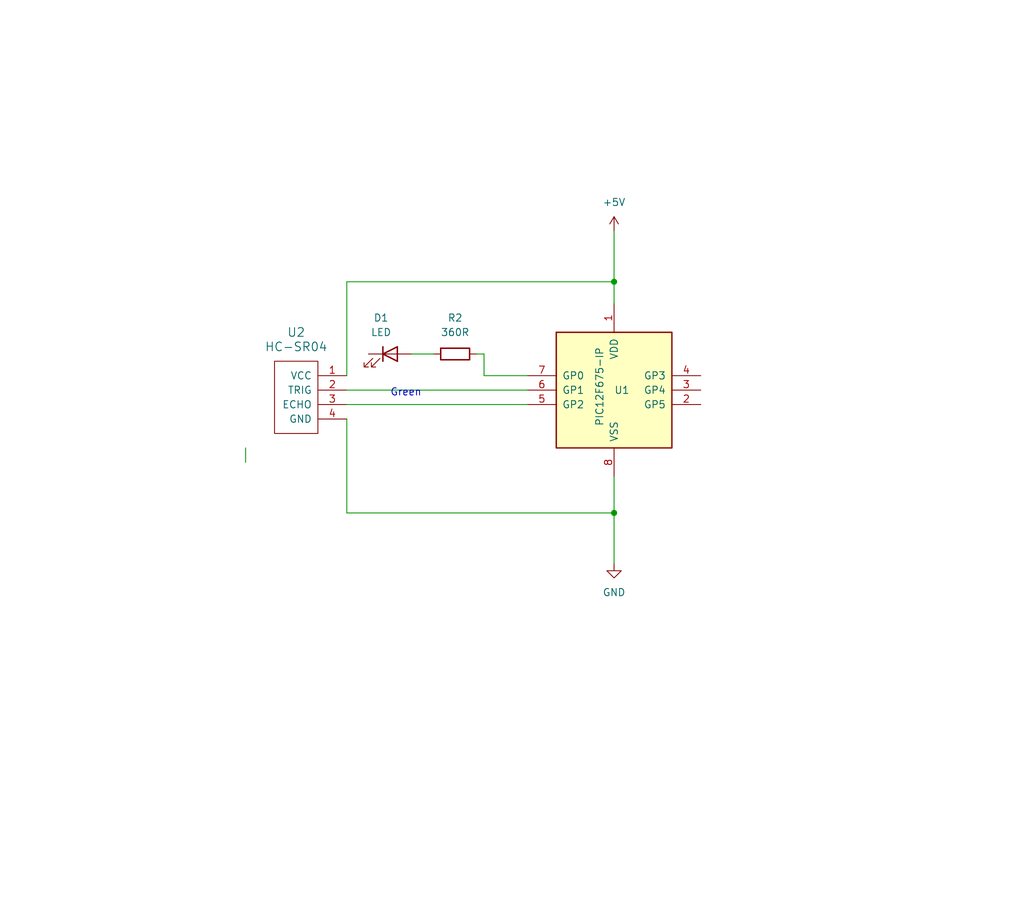
<source format=kicad_sch>
(kicad_sch (version 20230121) (generator eeschema)
  (paper "User" 180.01 159.995)
  (title_block (title "PIC microcontrollers for Beginners - 1") (company "Ricardo Lima Caratti") (comment 1 "Distance Indicator wirh HC-S04  and one LEDs using the PIC10F200. "))
  (lib_symbols
    (symbol "Device:LED" (pin_numbers hide) (pin_names (offset 1.016) hide)
      (property "Reference" "D" (at 0 2.54 0))
      (property "Value" "LED" (at 0 -2.54 0))
      (symbol "LED_0_1"
        (polyline (pts (xy -1.27 -1.27) (xy -1.27 1.27)) (stroke (width 0.254)))
        (polyline (pts (xy -1.27 0) (xy 1.27 0)))
        (polyline (pts (xy 1.27 -1.27) (xy 1.27 1.27) (xy -1.27 0) (xy 1.27 -1.27)) (stroke (width 0.254)))
        (polyline (pts (xy -3.048 -0.762) (xy -4.572 -2.286) (xy -3.81 -2.286) (xy -4.572 -2.286) (xy -4.572 -1.524)))
        (polyline (pts (xy -1.778 -0.762) (xy -3.302 -2.286) (xy -2.54 -2.286) (xy -3.302 -2.286) (xy -3.302 -1.524)))
      )
      (symbol "LED_1_1"
        (pin passive line (at -3.81 0 0) (length 2.54) (name "K") (number "1"))
        (pin passive line (at 3.81 0 180) (length 2.54) (name "A") (number "2"))
      )
    )
    (symbol "Device:R" (pin_numbers hide) (pin_names (offset 0))
      (property "Reference" "R" (at 2.032 0 90))
      (property "Value" "R" (at 0 0 90))
      (symbol "R_0_1"
        (rectangle (start -1.016 -2.54) (end 1.016 2.54) (stroke (width 0.254)))
      )
      (symbol "R_1_1"
        (pin passive line (at 0 3.81 270) (length 1.27) (name "~") (number "1"))
        (pin passive line (at 0 -3.81 90) (length 1.27) (name "~") (number "2"))
      )
    )
    (symbol "MCU_Microchip_PIC12:PIC12F675-IP" (pin_names (offset 1.016))
      (property "Reference" "U" (at 1.27 13.97 0))
      (property "Value" "PIC12F675-IP" (at 1.27 11.43 0))
      (symbol "PIC12F675-IP_0_1"
        (rectangle (start 10.16 -10.16) (end -10.16 10.16) (stroke (width 0.254)) (fill (type background)))
      )
      (symbol "PIC12F675-IP_1_1"
        (pin power_in line (at 0 15.24 270) (length 5.08) (name "VDD") (number "1"))
        (pin bidirectional line (at 15.24 -2.54 180) (length 5.08) (name "GP5") (number "2"))
        (pin bidirectional line (at 15.24 0 180) (length 5.08) (name "GP4") (number "3"))
        (pin input line (at 15.24 2.54 180) (length 5.08) (name "GP3") (number "4"))
        (pin bidirectional line (at -15.24 -2.54 0) (length 5.08) (name "GP2") (number "5"))
        (pin bidirectional line (at -15.24 0 0) (length 5.08) (name "GP1") (number "6"))
        (pin bidirectional line (at -15.24 2.54 0) (length 5.08) (name "GP0") (number "7"))
        (pin power_in line (at 0 -15.24 90) (length 5.08) (name "VSS") (number "8"))
      )
    )
    (symbol "hc-sr04:HC-SR04" (pin_names (offset 1.016))
      (property "Reference" "U" (at -6.35 -7.62 0))
      (property "Value" "HC-SR04" (at -2.54 7.62 0))
      (symbol "HC-SR04_0_1"
        (rectangle (start 0 6.35) (end -7.62 -6.35))
      )
      (symbol "HC-SR04_1_1"
        (pin input line (at 5.08 3.81 180) (length 5.08) (name "VCC") (number "1"))
        (pin input line (at 5.08 1.27 180) (length 5.08) (name "TRIG") (number "2"))
        (pin input line (at 5.08 -1.27 180) (length 5.08) (name "ECHO") (number "3"))
        (pin input line (at 5.08 -3.81 180) (length 5.08) (name "GND") (number "4"))
      )
    )
    (symbol "power:+5V" (power) (pin_names (offset 0))
      (property "Value" "+5V" (at 0 3.556 0))
      (symbol "+5V_0_1"
        (polyline (pts (xy -0.762 1.27) (xy 0 2.54)))
        (polyline (pts (xy 0 0) (xy 0 2.54)))
        (polyline (pts (xy 0 2.54) (xy 0.762 1.27)))
      )
      (symbol "+5V_1_1"
        (pin power_in line (at 0 0 90) (length 0) hide (name "+5V") (number "1"))
      )
    )
    (symbol "power:GND" (power) (pin_names (offset 0))
      (property "Value" "GND" (at 0 -3.81 0))
      (symbol "GND_0_1"
        (polyline (pts (xy 0 0) (xy 0 -1.27) (xy 1.27 -1.27) (xy 0 -2.54) (xy -1.27 -1.27) (xy 0 -1.27)))
      )
      (symbol "GND_1_1"
        (pin power_in line (at 0 0 270) (length 0) hide (name "GND") (number "1"))
      )
    )
  )
  (junction (at 107.95 49.53))
  (junction (at 107.95 90.17))
  (wire (pts (xy 72.39 62.23) (xy 76.2 62.23)))
  (wire (pts (xy 85.09 62.23) (xy 85.09 66.04)))
  (wire (pts (xy 107.95 90.17) (xy 107.95 99.06)))
  (wire (pts (xy 107.95 49.53) (xy 107.95 53.34)))
  (wire (pts (xy 107.95 40.64) (xy 107.95 49.53)))
  (wire (pts (xy 60.96 66.04) (xy 60.96 49.53)))
  (wire (pts (xy 60.96 73.66) (xy 60.96 90.17)))
  (wire (pts (xy 60.96 71.12) (xy 92.71 71.12)))
  (wire (pts (xy 85.09 66.04) (xy 92.71 66.04)))
  (wire (pts (xy 60.96 49.53) (xy 107.95 49.53)))
  (wire (pts (xy 60.96 90.17) (xy 107.95 90.17)))
  (wire (pts (xy 83.82 62.23) (xy 85.09 62.23)))
  (wire (pts (xy 107.95 83.82) (xy 107.95 90.17)))
  (wire (pts (xy 60.96 68.58) (xy 92.71 68.58)))
  (wire (pts (xy 43.18 78.74) (xy 43.18 81.28)))
  (text "Green" (at 68.58 69.85 0) (effects (font (size 1.27 1.27)) (justify left bottom)))
  (symbol (lib_id "power:+5V") (at 107.95 40.64 0) (unit 1)
    (property "Reference" "#PWR01" (effects hide))
    (property "Value" "+5V" (at 107.95 35.56 0))
  )
  (symbol (lib_id "hc-sr04:HC-SR04") (at 55.88 69.85 0) (unit 1)
    (property "Reference" "U2" (at 52.07 58.42 0) (effects (font (size 1.524 1.524))))
    (property "Value" "HC-SR04" (at 52.07 60.96 0) (effects (font (size 1.524 1.524))))
  )
  (symbol (lib_id "MCU_Microchip_PIC12:PIC12F675-IP") (at 107.95 68.58 0) (unit 1)
    (property "Reference" "U1" (at 107.95 68.58 0) (effects (justify left)))
    (property "Value" "PIC12F675-IP" (at 105.41 74.93 90) (effects (justify left)))
    (property "Footprint" "Package_DIP:DIP-8_W7.62mm" (effects hide))
    (property "Datasheet" "http://ww1.microchip.com/downloads/en/DeviceDoc/41190G.pdf" (effects hide))
  )
  (symbol (lib_id "Device:R") (at 80.01 62.23 90) (unit 1)
    (property "Reference" "R2" (at 80.01 55.88 90))
    (property "Value" "360R" (at 80.01 58.42 90))
  )
  (symbol (lib_id "Device:LED") (at 68.58 62.23 0) (unit 1)
    (property "Reference" "D1" (at 66.9925 55.88 0))
    (property "Value" "LED" (at 66.9925 58.42 0))
  )
  (symbol (lib_id "power:GND") (at 107.95 99.06 0) (unit 1)
    (property "Reference" "#PWR02" (effects hide))
    (property "Value" "GND" (at 107.95 104.14 0))
  )
)
</source>
